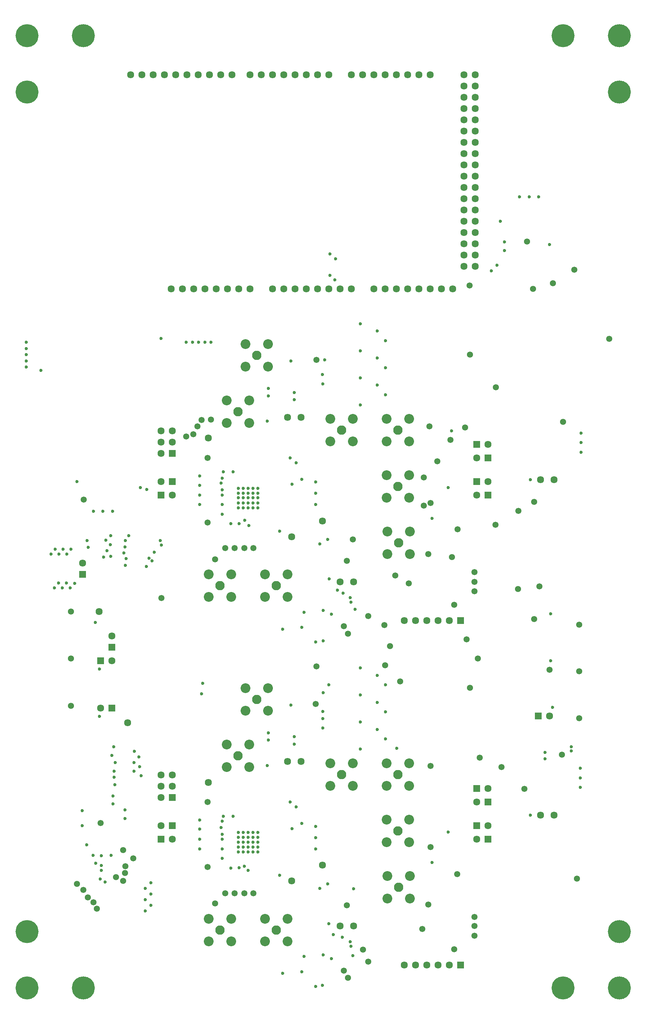
<source format=gbr>
%FSTAX23Y23*%
%MOIN*%
%SFA1B1*%

%IPPOS*%
%ADD30C,0.204409*%
%ADD31C,0.063465*%
%ADD32C,0.087087*%
%ADD33R,0.063465X0.063465*%
%ADD34C,0.083150*%
%ADD35R,0.063465X0.063465*%
%ADD36C,0.029409*%
%ADD37C,0.054409*%
%LNcfd_2channel_soldermask_bot-1*%
%LPD*%
G54D30*
X0491Y0015D03*
X0541Y0065D03*
Y081D03*
X0491Y086D03*
X0065Y0015D03*
X0015Y0065D03*
Y081D03*
X0065Y086D03*
X0015D03*
Y0015D03*
X0541Y086D03*
Y0015D03*
G54D31*
X0471Y0466D03*
X02465Y05215D03*
Y0216D03*
X0471Y01685D03*
X0293Y03755D03*
Y007D03*
X00645Y0392D03*
X0413Y06555D03*
X0403D03*
X0203Y06355D03*
X0193D03*
X0137Y08255D03*
X0483Y0466D03*
X0134Y04895D03*
X0144Y04995D03*
X0134D03*
X0144Y05095D03*
X0134D03*
Y0184D03*
X0144Y0194D03*
X0134D03*
X0144Y0204D03*
X0134D03*
X02585Y0216D03*
X0305Y007D03*
X0176Y01975D03*
X039Y00355D03*
X038D03*
X037D03*
X036D03*
X035D03*
X025Y011D03*
X02775Y0124D03*
X0134Y0159D03*
X0144Y0147D03*
X04245Y0192D03*
X04145Y018D03*
X04245Y0159D03*
X04145Y0147D03*
X02775Y04295D03*
X0176Y0503D03*
X04245Y04645D03*
X04145Y04525D03*
X04245Y04975D03*
X04145Y04855D03*
X0134Y04645D03*
X0144Y04525D03*
X025Y04155D03*
X039Y0341D03*
X038D03*
X037D03*
X036D03*
X035D03*
X0305Y03755D03*
X02585Y05215D03*
X0479Y02565D03*
X00805Y02635D03*
X00905Y03055D03*
Y03275D03*
X0483Y01685D03*
X0243Y06355D03*
X0263D03*
X0253D03*
X0283D03*
X0273D03*
X0303D03*
X0293D03*
X0233D03*
X0413Y06655D03*
X0403D03*
X0413Y06955D03*
Y06855D03*
Y06755D03*
Y07055D03*
X0403Y06955D03*
Y06855D03*
Y06755D03*
Y07055D03*
X0413Y07455D03*
Y07355D03*
X0403D03*
X0413Y07255D03*
X0403D03*
X0413Y07155D03*
X0403D03*
Y07455D03*
X0413Y07755D03*
Y07655D03*
Y07555D03*
Y07855D03*
X0403Y07755D03*
Y07655D03*
Y07555D03*
Y07855D03*
X0313Y08255D03*
X0333D03*
X0323D03*
X0353D03*
X0343D03*
X0373D03*
X0363D03*
X0303D03*
X0223D03*
X0243D03*
X0233D03*
X0263D03*
X0253D03*
X0283D03*
X0273D03*
X0157D03*
X0147D03*
X0177D03*
X0167D03*
X0117D03*
X0107D03*
X0127D03*
X0197D03*
X0187D03*
X0213D03*
X0413D03*
Y08155D03*
X0403D03*
X0413Y08055D03*
X0403D03*
X0413Y07955D03*
X0403D03*
Y08255D03*
X0333Y06355D03*
X0353D03*
X0343D03*
X0373D03*
X0363D03*
X0393D03*
X0383D03*
X0323D03*
X0153D03*
X0173D03*
X0163D03*
X0183D03*
X0213D03*
X0143D03*
X01045Y02505D03*
X0079Y0349D03*
G54D32*
X03545Y052D03*
X03345D03*
X03545Y05D03*
X03345Y047D03*
Y05D03*
X03545Y045D03*
Y047D03*
X0355Y042D03*
X0335D03*
X03345Y045D03*
X0355Y04D03*
X0335D03*
X02845Y052D03*
X0229Y05665D03*
Y05865D03*
X03045Y052D03*
Y05D03*
X02845D03*
X02125Y05165D03*
Y05365D03*
X02465Y0362D03*
Y0382D03*
X02265Y0362D03*
Y0382D03*
X03545Y01645D03*
Y01945D03*
X0355Y01145D03*
Y00945D03*
X03545Y02145D03*
X03345Y01645D03*
Y01945D03*
X03545Y01445D03*
X0335Y01145D03*
X03345Y01445D03*
Y02145D03*
X0335Y00945D03*
X02845Y02145D03*
X0229Y0261D03*
Y0281D03*
X03045Y02145D03*
Y01945D03*
X02845D03*
X02125Y0211D03*
Y0231D03*
X02465Y00565D03*
Y00765D03*
X02265Y00565D03*
Y00765D03*
X0209Y05865D03*
Y05665D03*
X01925Y05165D03*
Y05365D03*
X0209Y0281D03*
Y0261D03*
X01965Y0382D03*
Y0362D03*
X01925Y0211D03*
Y0231D03*
X01765Y0362D03*
Y0382D03*
X01965Y00765D03*
Y00565D03*
X01765D03*
Y00765D03*
G54D33*
X0144Y04895D03*
Y0184D03*
X00645Y0382D03*
X00905Y03175D03*
G54D34*
X02365Y00665D03*
X02025Y0221D03*
X01865Y00665D03*
X02945Y02045D03*
X0219Y0271D03*
X03445Y02045D03*
X0345Y01045D03*
X03445Y01545D03*
X0345Y041D03*
X03445Y046D03*
X0219Y05765D03*
X03445Y051D03*
X01865Y0372D03*
X02945Y051D03*
X02365Y0372D03*
X02025Y05265D03*
G54D35*
X04Y00355D03*
X0144Y0159D03*
X0134Y0147D03*
X04145Y0192D03*
X04245Y018D03*
X04145Y0159D03*
X04245Y0147D03*
X04145Y04645D03*
X04245Y04525D03*
X04145Y04975D03*
X04245Y04855D03*
X0144Y04645D03*
X0134Y04525D03*
X04Y0341D03*
X0469Y02565D03*
X00905Y02635D03*
X00805Y03055D03*
G54D36*
X04355Y06956D03*
X02028Y01531D03*
X02071D03*
X02115D03*
X02158D03*
X02201D03*
X02028Y01488D03*
X02071D03*
X02115D03*
X02158D03*
X02201D03*
X02028Y01445D03*
X02071D03*
X02115D03*
X02158D03*
X02201D03*
X02028Y01401D03*
X02071D03*
X02115D03*
X02158D03*
X02201D03*
X02028Y01358D03*
X02071D03*
X02115D03*
X02158D03*
X02201D03*
X02028Y04586D03*
X02071D03*
X02115D03*
X02158D03*
X02201D03*
X02028Y04543D03*
X02071D03*
X02115D03*
X02158D03*
X02201D03*
X02028Y045D03*
X02071D03*
X02115D03*
X02158D03*
X02201D03*
X02028Y04456D03*
X02071D03*
X02115D03*
X02158D03*
X02201D03*
X02028Y04413D03*
X02071D03*
X02115D03*
X02158D03*
X02201D03*
X01335Y0412D03*
X0305Y0103D03*
X03436Y02278D03*
X0326Y02925D03*
X03335Y0284D03*
X03749Y01264D03*
X05065Y021D03*
X0507Y0499D03*
Y05075D03*
Y04905D03*
X04985Y0229D03*
X04273Y06516D03*
X0284Y06475D03*
X02841Y06666D03*
X02885Y06435D03*
X0289Y0662D03*
X02523Y05435D03*
X04325Y06565D03*
X0479Y06747D03*
X0439Y06773D03*
X04525Y0717D03*
X0461D03*
X04695D03*
X0439Y06695D03*
X05065Y0193D03*
Y02015D03*
X0081Y01325D03*
X00642Y01725D03*
X0064Y0159D03*
X0068Y0142D03*
X00738Y01327D03*
X00898D03*
X0081Y01237D03*
X0076Y01257D03*
X02777Y02458D03*
X02777Y02542D03*
X02778Y0551D03*
X02775Y05595D03*
X0091Y0438D03*
X00825D03*
X0074D03*
X01685Y01385D03*
Y0147D03*
Y01642D03*
Y0156D03*
Y04695D03*
Y0461D03*
Y0444D03*
Y04525D03*
X01875Y0463D03*
X01886Y04675D03*
X0173Y05882D03*
X01675D03*
X0162D03*
X01565D03*
X01785D03*
X0134Y05915D03*
X00145Y0566D03*
X00275Y0563D03*
X00145Y0588D03*
Y05825D03*
Y0577D03*
Y05715D03*
X0198Y0473D03*
X01895D03*
X03063Y0351D03*
X02907Y0368D03*
X0278Y0277D03*
X02777Y02606D03*
X0212Y04255D03*
X00845Y0109D03*
X02034Y01217D03*
X0125Y01085D03*
X02115Y01195D03*
X0208Y0123D03*
X00802Y01117D03*
X012Y00835D03*
X0081Y01195D03*
X01886Y01631D03*
X01885Y01515D03*
Y0457D03*
X02085Y043D03*
X01874Y01576D03*
X004Y04045D03*
X0054D03*
X00365Y04D03*
X00505D03*
X0047Y04045D03*
X00435Y04D03*
X00465Y037D03*
X00573Y03742D03*
X005Y03745D03*
X00535Y037D03*
X0043Y03745D03*
X00395Y037D03*
X00925Y02075D03*
Y0202D03*
X0093Y01955D03*
X00935Y0215D03*
X00905Y02215D03*
X0092Y0229D03*
X01165Y02035D03*
X011Y02075D03*
X0115Y02115D03*
X011Y0215D03*
X01145Y022D03*
X01105Y0225D03*
X0171Y02855D03*
X017Y0276D03*
X0283Y0284D03*
X0086Y0403D03*
X0083Y03975D03*
X00895Y0398D03*
X0089Y04085D03*
X0085Y04125D03*
X00895Y04165D03*
X00685Y0412D03*
X00695Y0406D03*
X01025Y039D03*
X0103Y0396D03*
X0101Y0401D03*
X0102Y04065D03*
X01025Y0412D03*
X01055Y04165D03*
X04985Y02255D03*
X0475Y02185D03*
Y0224D03*
X00595Y04645D03*
X01157Y04593D03*
X01216Y04576D03*
X03028Y00521D03*
X02855Y00412D03*
X03046Y00438D03*
X0302Y0056D03*
X0102Y0173D03*
Y01655D03*
X00915Y01855D03*
Y01785D03*
X00795Y0256D03*
X0283Y0072D03*
X0287Y00625D03*
X02835Y0378D03*
X03028Y03576D03*
X02957Y03655D03*
X02855Y03467D03*
X0302Y03615D03*
X02495Y0266D03*
X02715Y0322D03*
X0462Y0466D03*
X04818Y0264D03*
X048Y03055D03*
X0242Y03335D03*
X0278Y0323D03*
Y035D03*
X02775Y00175D03*
X0278Y00445D03*
X00757Y03395D03*
X01345Y04082D03*
X0126Y0394D03*
X0121Y0389D03*
X01235Y03964D03*
X0128Y04019D03*
X0125Y00985D03*
X012Y01035D03*
X0125Y00885D03*
X012Y00935D03*
X00795Y0298D03*
X0259Y00295D03*
X02715Y00165D03*
X0311Y0299D03*
X02487Y018D03*
X0254Y01758D03*
X0389Y01535D03*
X02506Y01565D03*
X0259Y0161D03*
X02523Y0238D03*
X02295Y02415D03*
X02523Y02315D03*
X02295Y0235D03*
X02285Y02125D03*
X0295Y006D03*
X0275Y01035D03*
X0282Y01075D03*
X0311Y0251D03*
Y0227D03*
X0261Y0043D03*
X0242Y0028D03*
X0311Y0275D03*
X03335Y026D03*
Y0236D03*
X02715Y01585D03*
Y01485D03*
Y01385D03*
X01885Y013D03*
Y01385D03*
X01895Y01675D03*
X0198D03*
X02395Y0115D03*
X02487Y04855D03*
X02295Y0547D03*
X02523Y0537D03*
X02295Y05405D03*
X0275Y0409D03*
X0259Y04665D03*
X0261Y03485D03*
X02495Y05715D03*
X02795Y05725D03*
X02715Y0444D03*
Y0454D03*
Y0464D03*
X0254Y04813D03*
X02285Y0518D03*
X0462Y01685D03*
X048Y0347D03*
X01885Y0147D03*
X0326Y02685D03*
Y02445D03*
X0196Y01215D03*
X02395Y04205D03*
X02035Y0427D03*
X01885Y04355D03*
Y0444D03*
X03335Y05415D03*
Y05655D03*
Y05895D03*
X0392Y05095D03*
X0282Y0413D03*
X02506Y0462D03*
X0259Y0335D03*
X0311Y05805D03*
Y05565D03*
X0326Y0574D03*
Y055D03*
X0311Y05325D03*
Y06045D03*
X0326Y0598D03*
X03749Y04319D03*
X0389Y0459D03*
X01885Y04525D03*
X0196Y0427D03*
G54D37*
X03925Y03975D03*
X0342Y0381D03*
X0318Y03453D03*
X0431Y0426D03*
X04645Y06355D03*
X04315Y0548D03*
X04085Y02815D03*
X03465Y0287D03*
X0272Y03005D03*
X0532Y0591D03*
X0482Y06405D03*
X05035Y0112D03*
X0501Y06525D03*
X05055Y03375D03*
X04085Y0577D03*
X0408Y06385D03*
X03675Y0468D03*
X03045Y0413D03*
X03675Y0443D03*
X03795Y04825D03*
X0391Y05015D03*
X0404Y05125D03*
X0459Y06775D03*
X0491Y05175D03*
X04125Y0367D03*
Y03755D03*
Y0384D03*
Y00615D03*
Y007D03*
Y0078D03*
X01025Y01232D03*
X0216Y0099D03*
X0208D03*
X01995D03*
X0191D03*
X0182Y009D03*
X0216Y04055D03*
X0208D03*
X01995D03*
X0191D03*
X01755Y04855D03*
X017Y0519D03*
X01785Y05195D03*
X01665Y05135D03*
X01627Y05065D03*
X04515Y04385D03*
X04655Y04465D03*
X047Y03715D03*
X04655Y03425D03*
X03375Y03185D03*
X03325Y0337D03*
X02715Y0267D03*
X049Y0222D03*
X01005Y01375D03*
X01565Y05045D03*
X0077Y00855D03*
X0074Y0091D03*
X00595Y01075D03*
X0065Y0102D03*
X0069Y00955D03*
X01005Y011D03*
X01022Y01172D03*
X0094Y01135D03*
X01095Y013D03*
X0054Y0349D03*
X0451Y0369D03*
X0366Y00675D03*
X03715Y0089D03*
X0318Y00385D03*
X03542Y03742D03*
X03715Y04D03*
X03735Y0212D03*
X0479Y02975D03*
X0417Y02195D03*
X04567Y01917D03*
X04365Y0211D03*
X04055Y03245D03*
X04155Y03075D03*
X03975Y0422D03*
X0397Y0116D03*
X0333Y03015D03*
X02965Y0336D03*
X01344Y03612D03*
X00803Y01616D03*
X0054Y02655D03*
Y03075D03*
X00655Y04485D03*
X05055Y02545D03*
Y0296D03*
X03945Y00495D03*
X01755Y01225D03*
Y018D03*
X0299Y00885D03*
X03135Y0049D03*
X02965Y00305D03*
X03Y0024D03*
Y03295D03*
X0299Y0394D03*
X03945Y0355D03*
X03735Y014D03*
X0182Y03955D03*
X0272Y05725D03*
X03735Y04455D03*
X03725Y05135D03*
X01755Y0428D03*
M02*
</source>
